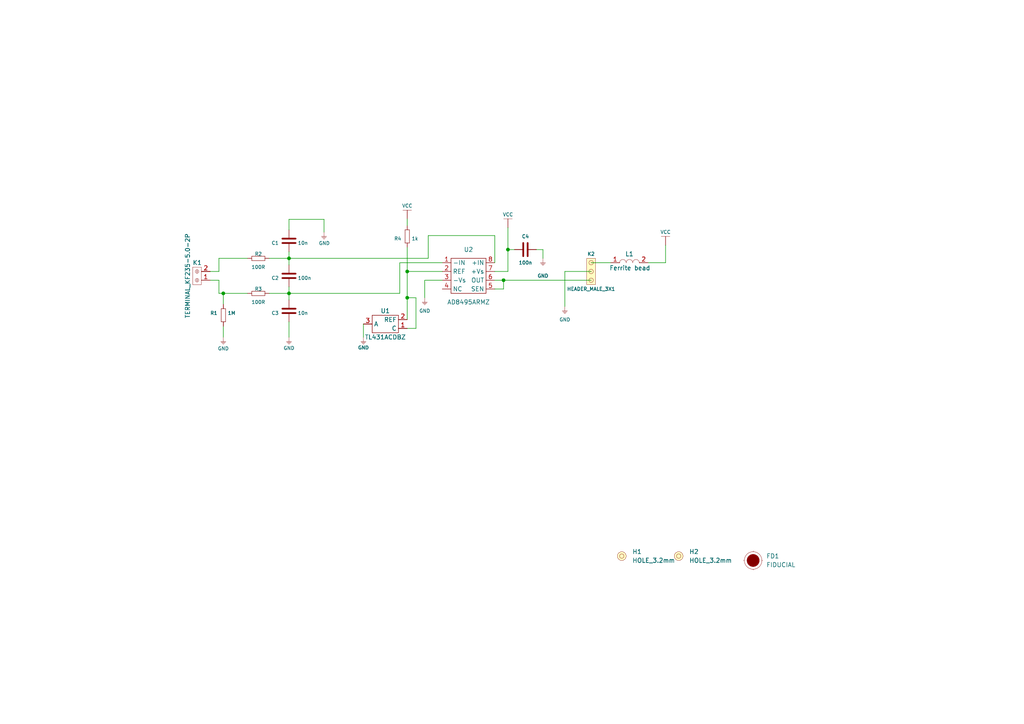
<source format=kicad_sch>
(kicad_sch (version 20211123) (generator eeschema)

  (uuid 99c002ab-0eea-43df-a330-928f95623910)

  (paper "A4")

  (lib_symbols
    (symbol "e-radionica.com schematics:0603C" (pin_numbers hide) (pin_names (offset 0.002)) (in_bom yes) (on_board yes)
      (property "Reference" "C" (id 0) (at -0.635 3.175 0)
        (effects (font (size 1 1)))
      )
      (property "Value" "0603C" (id 1) (at 0 -3.175 0)
        (effects (font (size 1 1)))
      )
      (property "Footprint" "e-radionica.com footprinti:0603C" (id 2) (at 0 0 0)
        (effects (font (size 1 1)) hide)
      )
      (property "Datasheet" "" (id 3) (at 0 0 0)
        (effects (font (size 1 1)) hide)
      )
      (symbol "0603C_0_1"
        (polyline
          (pts
            (xy -0.635 1.905)
            (xy -0.635 -1.905)
          )
          (stroke (width 0.5) (type default) (color 0 0 0 0))
          (fill (type none))
        )
        (polyline
          (pts
            (xy 0.635 1.905)
            (xy 0.635 -1.905)
          )
          (stroke (width 0.5) (type default) (color 0 0 0 0))
          (fill (type none))
        )
      )
      (symbol "0603C_1_1"
        (pin passive line (at -3.175 0 0) (length 2.54)
          (name "~" (effects (font (size 1.27 1.27))))
          (number "1" (effects (font (size 1.27 1.27))))
        )
        (pin passive line (at 3.175 0 180) (length 2.54)
          (name "~" (effects (font (size 1.27 1.27))))
          (number "2" (effects (font (size 1.27 1.27))))
        )
      )
    )
    (symbol "e-radionica.com schematics:0603L" (in_bom yes) (on_board yes)
      (property "Reference" "L" (id 0) (at 0 1.905 0)
        (effects (font (size 1.27 1.27)))
      )
      (property "Value" "0603L" (id 1) (at 0 -1.27 0)
        (effects (font (size 1.27 1.27)))
      )
      (property "Footprint" "e-radionica.com footprinti:0603L" (id 2) (at 0 -1.27 0)
        (effects (font (size 1.27 1.27)) hide)
      )
      (property "Datasheet" "" (id 3) (at 0 -1.27 0)
        (effects (font (size 1.27 1.27)) hide)
      )
      (symbol "0603L_0_1"
        (arc (start -1.27 0) (mid -2.2225 0.9388) (end -3.175 0)
          (stroke (width 0.0006) (type default) (color 0 0 0 0))
          (fill (type none))
        )
        (arc (start 0.635 0) (mid -0.3175 0.9388) (end -1.27 0)
          (stroke (width 0.0006) (type default) (color 0 0 0 0))
          (fill (type none))
        )
        (arc (start 2.54 0) (mid 1.5875 0.9388) (end 0.635 0)
          (stroke (width 0.0006) (type default) (color 0 0 0 0))
          (fill (type none))
        )
      )
      (symbol "0603L_1_1"
        (pin passive line (at -5.715 0 0) (length 2.54)
          (name "" (effects (font (size 1.27 1.27))))
          (number "1" (effects (font (size 1.27 1.27))))
        )
        (pin passive line (at 5.08 0 180) (length 2.54)
          (name "" (effects (font (size 1.27 1.27))))
          (number "2" (effects (font (size 1.27 1.27))))
        )
      )
    )
    (symbol "e-radionica.com schematics:0603R" (pin_numbers hide) (pin_names (offset 0.254)) (in_bom yes) (on_board yes)
      (property "Reference" "R" (id 0) (at -1.905 1.905 0)
        (effects (font (size 1 1)))
      )
      (property "Value" "0603R" (id 1) (at 0 -1.905 0)
        (effects (font (size 1 1)))
      )
      (property "Footprint" "e-radionica.com footprinti:0603R" (id 2) (at -0.635 1.905 0)
        (effects (font (size 1 1)) hide)
      )
      (property "Datasheet" "" (id 3) (at -0.635 1.905 0)
        (effects (font (size 1 1)) hide)
      )
      (symbol "0603R_0_1"
        (rectangle (start -1.905 -0.635) (end 1.905 -0.6604)
          (stroke (width 0.1) (type default) (color 0 0 0 0))
          (fill (type none))
        )
        (rectangle (start -1.905 0.635) (end -1.8796 -0.635)
          (stroke (width 0.1) (type default) (color 0 0 0 0))
          (fill (type none))
        )
        (rectangle (start -1.905 0.635) (end 1.905 0.6096)
          (stroke (width 0.1) (type default) (color 0 0 0 0))
          (fill (type none))
        )
        (rectangle (start 1.905 0.635) (end 1.9304 -0.635)
          (stroke (width 0.1) (type default) (color 0 0 0 0))
          (fill (type none))
        )
      )
      (symbol "0603R_1_1"
        (pin passive line (at -3.175 0 0) (length 1.27)
          (name "~" (effects (font (size 1.27 1.27))))
          (number "1" (effects (font (size 1.27 1.27))))
        )
        (pin passive line (at 3.175 0 180) (length 1.27)
          (name "~" (effects (font (size 1.27 1.27))))
          (number "2" (effects (font (size 1.27 1.27))))
        )
      )
    )
    (symbol "e-radionica.com schematics:AD8495ARMZ" (in_bom yes) (on_board yes)
      (property "Reference" "U" (id 0) (at 0 -6.35 0)
        (effects (font (size 1.27 1.27)))
      )
      (property "Value" "AD8495ARMZ" (id 1) (at 0 10.16 0)
        (effects (font (size 1.27 1.27)))
      )
      (property "Footprint" "e-radionica.com footprinti:TP4056M-MSOP8" (id 2) (at 0 0 0)
        (effects (font (size 1.27 1.27)) hide)
      )
      (property "Datasheet" "" (id 3) (at 0 0 0)
        (effects (font (size 1.27 1.27)) hide)
      )
      (symbol "AD8495ARMZ_0_1"
        (rectangle (start -5.08 5.08) (end 5.08 -5.08)
          (stroke (width 0.1524) (type default) (color 0 0 0 0))
          (fill (type none))
        )
      )
      (symbol "AD8495ARMZ_1_1"
        (pin passive line (at -7.62 3.81 0) (length 2.54)
          (name "-IN" (effects (font (size 1.27 1.27))))
          (number "1" (effects (font (size 1.27 1.27))))
        )
        (pin passive line (at -7.62 1.27 0) (length 2.54)
          (name "REF" (effects (font (size 1.27 1.27))))
          (number "2" (effects (font (size 1.27 1.27))))
        )
        (pin passive line (at -7.62 -1.27 0) (length 2.54)
          (name "-Vs" (effects (font (size 1.27 1.27))))
          (number "3" (effects (font (size 1.27 1.27))))
        )
        (pin passive line (at -7.62 -3.81 0) (length 2.54)
          (name "NC" (effects (font (size 1.27 1.27))))
          (number "4" (effects (font (size 1.27 1.27))))
        )
        (pin passive line (at 7.62 -3.81 180) (length 2.54)
          (name "SEN" (effects (font (size 1.27 1.27))))
          (number "5" (effects (font (size 1.27 1.27))))
        )
        (pin passive line (at 7.62 -1.27 180) (length 2.54)
          (name "OUT" (effects (font (size 1.27 1.27))))
          (number "6" (effects (font (size 1.27 1.27))))
        )
        (pin passive line (at 7.62 1.27 180) (length 2.54)
          (name "+Vs" (effects (font (size 1.27 1.27))))
          (number "7" (effects (font (size 1.27 1.27))))
        )
        (pin passive line (at 7.62 3.81 180) (length 2.54)
          (name "+IN" (effects (font (size 1.27 1.27))))
          (number "8" (effects (font (size 1.27 1.27))))
        )
      )
    )
    (symbol "e-radionica.com schematics:FIDUCIAL" (in_bom no) (on_board yes)
      (property "Reference" "FD" (id 0) (at 0 3.81 0)
        (effects (font (size 1.27 1.27)))
      )
      (property "Value" "FIDUCIAL" (id 1) (at 0 -3.81 0)
        (effects (font (size 1.27 1.27)))
      )
      (property "Footprint" "e-radionica.com footprinti:FIDUCIAL_23" (id 2) (at 0.254 -5.334 0)
        (effects (font (size 1.27 1.27)) hide)
      )
      (property "Datasheet" "" (id 3) (at 0 0 0)
        (effects (font (size 1.27 1.27)) hide)
      )
      (symbol "FIDUCIAL_0_1"
        (polyline
          (pts
            (xy -2.54 0)
            (xy -2.794 0)
          )
          (stroke (width 0.0006) (type default) (color 0 0 0 0))
          (fill (type none))
        )
        (polyline
          (pts
            (xy 0 -2.54)
            (xy 0 -2.794)
          )
          (stroke (width 0.0006) (type default) (color 0 0 0 0))
          (fill (type none))
        )
        (polyline
          (pts
            (xy 0 2.54)
            (xy 0 2.794)
          )
          (stroke (width 0.0006) (type default) (color 0 0 0 0))
          (fill (type none))
        )
        (polyline
          (pts
            (xy 2.54 0)
            (xy 2.794 0)
          )
          (stroke (width 0.0006) (type default) (color 0 0 0 0))
          (fill (type none))
        )
        (circle (center 0 0) (radius 1.7961)
          (stroke (width 0.001) (type default) (color 0 0 0 0))
          (fill (type outline))
        )
        (circle (center 0 0) (radius 2.54)
          (stroke (width 0.0006) (type default) (color 0 0 0 0))
          (fill (type none))
        )
      )
    )
    (symbol "e-radionica.com schematics:GND" (power) (pin_names (offset 0)) (in_bom yes) (on_board yes)
      (property "Reference" "#PWR" (id 0) (at 4.445 0 0)
        (effects (font (size 1 1)) hide)
      )
      (property "Value" "GND" (id 1) (at 0 -2.921 0)
        (effects (font (size 1 1)))
      )
      (property "Footprint" "" (id 2) (at 4.445 3.81 0)
        (effects (font (size 1 1)) hide)
      )
      (property "Datasheet" "" (id 3) (at 4.445 3.81 0)
        (effects (font (size 1 1)) hide)
      )
      (property "ki_keywords" "power-flag" (id 4) (at 0 0 0)
        (effects (font (size 1.27 1.27)) hide)
      )
      (property "ki_description" "Power symbol creates a global label with name \"GND\"" (id 5) (at 0 0 0)
        (effects (font (size 1.27 1.27)) hide)
      )
      (symbol "GND_0_1"
        (polyline
          (pts
            (xy -0.762 -1.27)
            (xy 0.762 -1.27)
          )
          (stroke (width 0.0006) (type default) (color 0 0 0 0))
          (fill (type none))
        )
        (polyline
          (pts
            (xy -0.635 -1.524)
            (xy 0.635 -1.524)
          )
          (stroke (width 0.0006) (type default) (color 0 0 0 0))
          (fill (type none))
        )
        (polyline
          (pts
            (xy -0.381 -1.778)
            (xy 0.381 -1.778)
          )
          (stroke (width 0.0006) (type default) (color 0 0 0 0))
          (fill (type none))
        )
        (polyline
          (pts
            (xy -0.127 -2.032)
            (xy 0.127 -2.032)
          )
          (stroke (width 0.0006) (type default) (color 0 0 0 0))
          (fill (type none))
        )
        (polyline
          (pts
            (xy 0 0)
            (xy 0 -1.27)
          )
          (stroke (width 0.0006) (type default) (color 0 0 0 0))
          (fill (type none))
        )
      )
      (symbol "GND_1_1"
        (pin power_in line (at 0 0 270) (length 0) hide
          (name "GND" (effects (font (size 1.27 1.27))))
          (number "1" (effects (font (size 1.27 1.27))))
        )
      )
    )
    (symbol "e-radionica.com schematics:HEADER_MALE_3X1" (pin_numbers hide) (pin_names hide) (in_bom yes) (on_board yes)
      (property "Reference" "K" (id 0) (at -0.635 5.08 0)
        (effects (font (size 1 1)))
      )
      (property "Value" "HEADER_MALE_3X1" (id 1) (at 0 -5.08 0)
        (effects (font (size 1 1)))
      )
      (property "Footprint" "e-radionica.com footprinti:HEADER_MALE_3X1" (id 2) (at 0 -7.62 0)
        (effects (font (size 1 1)) hide)
      )
      (property "Datasheet" "" (id 3) (at 0 -2.54 0)
        (effects (font (size 1 1)) hide)
      )
      (symbol "HEADER_MALE_3X1_0_1"
        (circle (center 0 -2.54) (radius 0.635)
          (stroke (width 0.0006) (type default) (color 0 0 0 0))
          (fill (type none))
        )
        (circle (center 0 0) (radius 0.635)
          (stroke (width 0.0006) (type default) (color 0 0 0 0))
          (fill (type none))
        )
        (circle (center 0 2.54) (radius 0.635)
          (stroke (width 0.0006) (type default) (color 0 0 0 0))
          (fill (type none))
        )
        (rectangle (start 1.27 -3.81) (end -1.27 3.81)
          (stroke (width 0.001) (type default) (color 0 0 0 0))
          (fill (type background))
        )
      )
      (symbol "HEADER_MALE_3X1_1_1"
        (pin passive line (at 0 -2.54 180) (length 0)
          (name "~" (effects (font (size 1 1))))
          (number "1" (effects (font (size 1 1))))
        )
        (pin passive line (at 0 0 180) (length 0)
          (name "~" (effects (font (size 1 1))))
          (number "2" (effects (font (size 1 1))))
        )
        (pin passive line (at 0 2.54 180) (length 0)
          (name "~" (effects (font (size 1 1))))
          (number "3" (effects (font (size 1 1))))
        )
      )
    )
    (symbol "e-radionica.com schematics:HOLE_3.2mm" (pin_numbers hide) (pin_names hide) (in_bom yes) (on_board yes)
      (property "Reference" "H" (id 0) (at 0 2.54 0)
        (effects (font (size 1.27 1.27)))
      )
      (property "Value" "HOLE_3.2mm" (id 1) (at 0 -2.54 0)
        (effects (font (size 1.27 1.27)))
      )
      (property "Footprint" "e-radionica.com footprinti:HOLE_3.2mm" (id 2) (at 0 0 0)
        (effects (font (size 1.27 1.27)) hide)
      )
      (property "Datasheet" "" (id 3) (at 0 0 0)
        (effects (font (size 1.27 1.27)) hide)
      )
      (symbol "HOLE_3.2mm_0_1"
        (circle (center 0 0) (radius 0.635)
          (stroke (width 0.0006) (type default) (color 0 0 0 0))
          (fill (type none))
        )
        (circle (center 0 0) (radius 1.27)
          (stroke (width 0.001) (type default) (color 0 0 0 0))
          (fill (type background))
        )
      )
    )
    (symbol "e-radionica.com schematics:TERMINAL_KF235-5.0-2P" (in_bom yes) (on_board yes)
      (property "Reference" "K" (id 0) (at 0 3.81 0)
        (effects (font (size 1.27 1.27)))
      )
      (property "Value" "TERMINAL_KF235-5.0-2P" (id 1) (at 0 -3.81 0)
        (effects (font (size 1.27 1.27)))
      )
      (property "Footprint" "e-radionica.com footprinti:TERMINAL_KF235-5.0-2P" (id 2) (at 0 0 0)
        (effects (font (size 1.27 1.27)) hide)
      )
      (property "Datasheet" "" (id 3) (at 0 0 0)
        (effects (font (size 1.27 1.27)) hide)
      )
      (symbol "TERMINAL_KF235-5.0-2P_0_1"
        (rectangle (start -1.27 2.54) (end 1.27 -2.54)
          (stroke (width 0.0006) (type default) (color 0 0 0 0))
          (fill (type none))
        )
        (circle (center 0 -1.27) (radius 0.508)
          (stroke (width 0.0006) (type default) (color 0 0 0 0))
          (fill (type none))
        )
        (polyline
          (pts
            (xy -0.254 -1.27)
            (xy 0.254 -1.27)
          )
          (stroke (width 0.0006) (type default) (color 0 0 0 0))
          (fill (type none))
        )
        (polyline
          (pts
            (xy -0.254 1.27)
            (xy 0.254 1.27)
          )
          (stroke (width 0.0006) (type default) (color 0 0 0 0))
          (fill (type none))
        )
        (polyline
          (pts
            (xy 0 -0.762)
            (xy 0 -1.778)
          )
          (stroke (width 0.0006) (type default) (color 0 0 0 0))
          (fill (type none))
        )
        (polyline
          (pts
            (xy 0 1.778)
            (xy 0 0.762)
          )
          (stroke (width 0.0006) (type default) (color 0 0 0 0))
          (fill (type none))
        )
        (circle (center 0 1.27) (radius 0.508)
          (stroke (width 0.0006) (type default) (color 0 0 0 0))
          (fill (type none))
        )
      )
      (symbol "TERMINAL_KF235-5.0-2P_1_1"
        (pin input line (at -3.81 1.27 0) (length 2.54)
          (name "~" (effects (font (size 1.27 1.27))))
          (number "1" (effects (font (size 1.27 1.27))))
        )
        (pin input line (at -3.81 -1.27 0) (length 2.54)
          (name "~" (effects (font (size 1.27 1.27))))
          (number "2" (effects (font (size 1.27 1.27))))
        )
      )
    )
    (symbol "e-radionica.com schematics:TL431" (in_bom yes) (on_board yes)
      (property "Reference" "U" (id 0) (at 0 -3.81 0)
        (effects (font (size 1.27 1.27)))
      )
      (property "Value" "TL431" (id 1) (at 0 -3.81 0)
        (effects (font (size 1.27 1.27)))
      )
      (property "Footprint" "e-radionica.com footprinti:SOT-23-3" (id 2) (at 0 -3.81 0)
        (effects (font (size 1.27 1.27)) hide)
      )
      (property "Datasheet" "" (id 3) (at 0 -3.81 0)
        (effects (font (size 1.27 1.27)) hide)
      )
      (symbol "TL431_0_1"
        (rectangle (start -3.81 2.54) (end 3.81 -2.54)
          (stroke (width 0.1524) (type default) (color 0 0 0 0))
          (fill (type none))
        )
      )
      (symbol "TL431_1_1"
        (pin input line (at -6.35 1.27 0) (length 2.54)
          (name "C" (effects (font (size 1.27 1.27))))
          (number "1" (effects (font (size 1.27 1.27))))
        )
        (pin input line (at -6.35 -1.27 0) (length 2.54)
          (name "REF" (effects (font (size 1.27 1.27))))
          (number "2" (effects (font (size 1.27 1.27))))
        )
        (pin input line (at 6.35 0 180) (length 2.54)
          (name "A" (effects (font (size 1.27 1.27))))
          (number "3" (effects (font (size 1.27 1.27))))
        )
      )
    )
    (symbol "e-radionica.com schematics:VCC" (power) (pin_names (offset 0)) (in_bom yes) (on_board yes)
      (property "Reference" "#PWR" (id 0) (at 4.445 0 0)
        (effects (font (size 1 1)) hide)
      )
      (property "Value" "VCC" (id 1) (at 0 3.556 0)
        (effects (font (size 1 1)))
      )
      (property "Footprint" "" (id 2) (at 4.445 3.81 0)
        (effects (font (size 1 1)) hide)
      )
      (property "Datasheet" "" (id 3) (at 4.445 3.81 0)
        (effects (font (size 1 1)) hide)
      )
      (property "ki_keywords" "power-flag" (id 4) (at 0 0 0)
        (effects (font (size 1.27 1.27)) hide)
      )
      (property "ki_description" "Power symbol creates a global label with name \"VCC\"" (id 5) (at 0 0 0)
        (effects (font (size 1.27 1.27)) hide)
      )
      (symbol "VCC_0_1"
        (polyline
          (pts
            (xy -1.27 2.54)
            (xy 1.27 2.54)
          )
          (stroke (width 0.0006) (type default) (color 0 0 0 0))
          (fill (type none))
        )
        (polyline
          (pts
            (xy 0 0)
            (xy 0 2.54)
          )
          (stroke (width 0) (type default) (color 0 0 0 0))
          (fill (type none))
        )
      )
      (symbol "VCC_1_1"
        (pin power_in line (at 0 0 90) (length 0) hide
          (name "VCC" (effects (font (size 1.27 1.27))))
          (number "1" (effects (font (size 1.27 1.27))))
        )
      )
    )
  )

  (junction (at 64.77 85.09) (diameter 0.9144) (color 0 0 0 0)
    (uuid 2d210a96-f81f-42a9-8bf4-1b43c11086f3)
  )
  (junction (at 118.11 78.74) (diameter 0.9144) (color 0 0 0 0)
    (uuid 666713b0-70f4-42df-8761-f65bc212d03b)
  )
  (junction (at 83.82 85.09) (diameter 0.9144) (color 0 0 0 0)
    (uuid 6c2e273e-743c-4f1e-a647-4171f8122550)
  )
  (junction (at 147.32 72.39) (diameter 0.9144) (color 0 0 0 0)
    (uuid 7aed3a71-054b-4aaa-9c0a-030523c32827)
  )
  (junction (at 118.11 86.36) (diameter 0.9144) (color 0 0 0 0)
    (uuid 7dc880bc-e7eb-4cce-8d8c-0b65a9dd788e)
  )
  (junction (at 146.05 81.28) (diameter 0.9144) (color 0 0 0 0)
    (uuid 9157f4ae-0244-4ff1-9f73-3cb4cbb5f280)
  )
  (junction (at 83.82 74.93) (diameter 0.9144) (color 0 0 0 0)
    (uuid e857610b-4434-4144-b04e-43c1ebdc5ceb)
  )

  (wire (pts (xy 123.19 81.28) (xy 123.19 86.36))
    (stroke (width 0) (type solid) (color 0 0 0 0))
    (uuid 163f5061-f451-4697-a352-7615c8685d4b)
  )
  (wire (pts (xy 128.27 81.28) (xy 123.19 81.28))
    (stroke (width 0) (type solid) (color 0 0 0 0))
    (uuid 163f5061-f451-4697-a352-7615c8685d4c)
  )
  (wire (pts (xy 143.51 83.82) (xy 146.05 83.82))
    (stroke (width 0) (type solid) (color 0 0 0 0))
    (uuid 1e228094-11cc-4f51-a5b5-4346885d9953)
  )
  (wire (pts (xy 146.05 83.82) (xy 146.05 81.28))
    (stroke (width 0) (type solid) (color 0 0 0 0))
    (uuid 1e228094-11cc-4f51-a5b5-4346885d9954)
  )
  (wire (pts (xy 118.11 63.5) (xy 118.11 65.405))
    (stroke (width 0) (type solid) (color 0 0 0 0))
    (uuid 1fdc4f05-7dc0-4f47-8a30-4b6095c2c1a6)
  )
  (wire (pts (xy 147.32 66.04) (xy 147.32 72.39))
    (stroke (width 0) (type solid) (color 0 0 0 0))
    (uuid 2e33b465-f24d-40d4-84a4-65330cb7ac0b)
  )
  (wire (pts (xy 147.32 72.39) (xy 147.32 78.74))
    (stroke (width 0) (type solid) (color 0 0 0 0))
    (uuid 2e33b465-f24d-40d4-84a4-65330cb7ac0c)
  )
  (wire (pts (xy 147.32 78.74) (xy 143.51 78.74))
    (stroke (width 0) (type solid) (color 0 0 0 0))
    (uuid 2e33b465-f24d-40d4-84a4-65330cb7ac0d)
  )
  (wire (pts (xy 64.77 85.09) (xy 64.77 88.265))
    (stroke (width 0) (type solid) (color 0 0 0 0))
    (uuid 36010e3e-c1e5-4f1e-9ba1-17ff6e30f4c1)
  )
  (wire (pts (xy 147.32 72.39) (xy 149.225 72.39))
    (stroke (width 0) (type solid) (color 0 0 0 0))
    (uuid 3642b686-819d-40f0-8e9c-082867012801)
  )
  (wire (pts (xy 118.11 78.74) (xy 118.11 71.755))
    (stroke (width 0) (type solid) (color 0 0 0 0))
    (uuid 3cd7abe0-9a65-4de3-a30a-df6d67fae795)
  )
  (wire (pts (xy 128.27 78.74) (xy 118.11 78.74))
    (stroke (width 0) (type solid) (color 0 0 0 0))
    (uuid 3cd7abe0-9a65-4de3-a30a-df6d67fae796)
  )
  (wire (pts (xy 118.11 78.74) (xy 118.11 86.36))
    (stroke (width 0) (type solid) (color 0 0 0 0))
    (uuid 41ecb85b-c73b-41cb-9300-a3d1fb4cf277)
  )
  (wire (pts (xy 118.11 86.36) (xy 118.11 92.71))
    (stroke (width 0) (type solid) (color 0 0 0 0))
    (uuid 41ecb85b-c73b-41cb-9300-a3d1fb4cf278)
  )
  (wire (pts (xy 157.48 72.39) (xy 155.575 72.39))
    (stroke (width 0) (type solid) (color 0 0 0 0))
    (uuid 4e4b115e-88a3-43a8-90b0-5bb031a549ca)
  )
  (wire (pts (xy 157.48 74.93) (xy 157.48 72.39))
    (stroke (width 0) (type solid) (color 0 0 0 0))
    (uuid 4e4b115e-88a3-43a8-90b0-5bb031a549cb)
  )
  (wire (pts (xy 60.96 81.28) (xy 63.5 81.28))
    (stroke (width 0) (type solid) (color 0 0 0 0))
    (uuid 65329ee2-42b1-42a5-a7d3-cb5059611159)
  )
  (wire (pts (xy 63.5 81.28) (xy 63.5 85.09))
    (stroke (width 0) (type solid) (color 0 0 0 0))
    (uuid 65329ee2-42b1-42a5-a7d3-cb505961115a)
  )
  (wire (pts (xy 63.5 85.09) (xy 64.77 85.09))
    (stroke (width 0) (type solid) (color 0 0 0 0))
    (uuid 65329ee2-42b1-42a5-a7d3-cb505961115b)
  )
  (wire (pts (xy 64.77 85.09) (xy 71.755 85.09))
    (stroke (width 0) (type solid) (color 0 0 0 0))
    (uuid 65329ee2-42b1-42a5-a7d3-cb505961115c)
  )
  (wire (pts (xy 83.82 74.93) (xy 83.82 76.835))
    (stroke (width 0) (type solid) (color 0 0 0 0))
    (uuid 79d51824-21b3-4172-bd16-00e53ae19450)
  )
  (wire (pts (xy 83.82 93.345) (xy 83.82 97.79))
    (stroke (width 0) (type solid) (color 0 0 0 0))
    (uuid 82cbc508-d790-47ea-95f9-923d40f597a1)
  )
  (wire (pts (xy 64.77 94.615) (xy 64.77 97.79))
    (stroke (width 0) (type solid) (color 0 0 0 0))
    (uuid 863cbfba-3503-4f44-8466-9277e6100c75)
  )
  (wire (pts (xy 143.51 81.28) (xy 146.05 81.28))
    (stroke (width 0) (type solid) (color 0 0 0 0))
    (uuid 8d4c5bfc-5740-4d49-954e-4360ae949b44)
  )
  (wire (pts (xy 146.05 81.28) (xy 171.45 81.28))
    (stroke (width 0) (type solid) (color 0 0 0 0))
    (uuid 8d4c5bfc-5740-4d49-954e-4360ae949b45)
  )
  (wire (pts (xy 187.96 76.2) (xy 193.04 76.2))
    (stroke (width 0) (type solid) (color 0 0 0 0))
    (uuid 9ff20c62-62dd-4396-a1c0-c1c08f37dc6d)
  )
  (wire (pts (xy 193.04 76.2) (xy 193.04 71.12))
    (stroke (width 0) (type solid) (color 0 0 0 0))
    (uuid 9ff20c62-62dd-4396-a1c0-c1c08f37dc6e)
  )
  (wire (pts (xy 171.45 76.2) (xy 177.165 76.2))
    (stroke (width 0) (type solid) (color 0 0 0 0))
    (uuid a2278deb-3784-4794-a0fc-fd0f6cd6b83c)
  )
  (wire (pts (xy 78.105 85.09) (xy 83.82 85.09))
    (stroke (width 0) (type solid) (color 0 0 0 0))
    (uuid a373d7ee-be1a-4bcc-8c9f-acb7486ae7f7)
  )
  (wire (pts (xy 83.82 85.09) (xy 115.951 85.09))
    (stroke (width 0) (type solid) (color 0 0 0 0))
    (uuid a373d7ee-be1a-4bcc-8c9f-acb7486ae7f8)
  )
  (wire (pts (xy 115.951 76.2) (xy 128.27 76.2))
    (stroke (width 0) (type solid) (color 0 0 0 0))
    (uuid a373d7ee-be1a-4bcc-8c9f-acb7486ae7f9)
  )
  (wire (pts (xy 115.951 85.09) (xy 115.951 76.2))
    (stroke (width 0) (type solid) (color 0 0 0 0))
    (uuid a373d7ee-be1a-4bcc-8c9f-acb7486ae7fa)
  )
  (wire (pts (xy 163.83 78.74) (xy 163.83 88.9))
    (stroke (width 0) (type solid) (color 0 0 0 0))
    (uuid c019cedd-79fd-480d-83ff-fe1d677a4223)
  )
  (wire (pts (xy 171.45 78.74) (xy 163.83 78.74))
    (stroke (width 0) (type solid) (color 0 0 0 0))
    (uuid c019cedd-79fd-480d-83ff-fe1d677a4224)
  )
  (wire (pts (xy 83.82 73.025) (xy 83.82 74.93))
    (stroke (width 0) (type solid) (color 0 0 0 0))
    (uuid c770bd44-432f-480b-9da3-40943cb34518)
  )
  (wire (pts (xy 118.11 95.25) (xy 120.65 95.25))
    (stroke (width 0) (type solid) (color 0 0 0 0))
    (uuid c8cb3f64-5b28-4498-ae7b-86a53583c4fb)
  )
  (wire (pts (xy 120.65 95.25) (xy 120.65 86.36))
    (stroke (width 0) (type solid) (color 0 0 0 0))
    (uuid c8cb3f64-5b28-4498-ae7b-86a53583c4fc)
  )
  (wire (pts (xy 83.82 74.93) (xy 78.105 74.93))
    (stroke (width 0) (type solid) (color 0 0 0 0))
    (uuid c8de6b3a-0fd8-4ccf-9a22-9f9794deb35f)
  )
  (wire (pts (xy 124.206 68.326) (xy 124.206 74.93))
    (stroke (width 0) (type solid) (color 0 0 0 0))
    (uuid c8de6b3a-0fd8-4ccf-9a22-9f9794deb360)
  )
  (wire (pts (xy 124.206 74.93) (xy 83.82 74.93))
    (stroke (width 0) (type solid) (color 0 0 0 0))
    (uuid c8de6b3a-0fd8-4ccf-9a22-9f9794deb361)
  )
  (wire (pts (xy 143.51 68.326) (xy 124.206 68.326))
    (stroke (width 0) (type solid) (color 0 0 0 0))
    (uuid c8de6b3a-0fd8-4ccf-9a22-9f9794deb362)
  )
  (wire (pts (xy 143.51 76.2) (xy 143.51 68.326))
    (stroke (width 0) (type solid) (color 0 0 0 0))
    (uuid c8de6b3a-0fd8-4ccf-9a22-9f9794deb363)
  )
  (wire (pts (xy 83.82 63.627) (xy 93.98 63.627))
    (stroke (width 0) (type solid) (color 0 0 0 0))
    (uuid cc02633b-cca5-4b82-ab17-ba7a47c27b73)
  )
  (wire (pts (xy 83.82 66.675) (xy 83.82 63.627))
    (stroke (width 0) (type solid) (color 0 0 0 0))
    (uuid cc02633b-cca5-4b82-ab17-ba7a47c27b74)
  )
  (wire (pts (xy 93.98 63.627) (xy 93.98 67.31))
    (stroke (width 0) (type solid) (color 0 0 0 0))
    (uuid cc02633b-cca5-4b82-ab17-ba7a47c27b75)
  )
  (wire (pts (xy 83.82 83.185) (xy 83.82 85.09))
    (stroke (width 0) (type solid) (color 0 0 0 0))
    (uuid d5d36824-685b-408d-b673-8e95e2af796c)
  )
  (wire (pts (xy 60.96 78.74) (xy 63.5 78.74))
    (stroke (width 0) (type solid) (color 0 0 0 0))
    (uuid da48b8d4-973d-46aa-b738-540de0c00343)
  )
  (wire (pts (xy 63.5 74.93) (xy 71.755 74.93))
    (stroke (width 0) (type solid) (color 0 0 0 0))
    (uuid da48b8d4-973d-46aa-b738-540de0c00344)
  )
  (wire (pts (xy 63.5 78.74) (xy 63.5 74.93))
    (stroke (width 0) (type solid) (color 0 0 0 0))
    (uuid da48b8d4-973d-46aa-b738-540de0c00345)
  )
  (wire (pts (xy 83.82 85.09) (xy 83.82 86.995))
    (stroke (width 0) (type solid) (color 0 0 0 0))
    (uuid dc6b477d-b6f3-44d6-b579-e464688eaee9)
  )
  (wire (pts (xy 120.65 86.36) (xy 118.11 86.36))
    (stroke (width 0) (type solid) (color 0 0 0 0))
    (uuid de216f0a-2d8b-460b-8d82-05e2866d762c)
  )
  (wire (pts (xy 105.41 93.98) (xy 105.41 97.79))
    (stroke (width 0) (type solid) (color 0 0 0 0))
    (uuid ff8b8966-661b-4048-bc09-c2d5bab17d36)
  )

  (symbol (lib_id "e-radionica.com schematics:VCC") (at 118.11 63.5 0) (unit 1)
    (in_bom yes) (on_board yes) (fields_autoplaced)
    (uuid 0c9df43b-581e-42d6-a5d3-b5642f0b38e6)
    (property "Reference" "#PWR05" (id 0) (at 122.555 63.5 0)
      (effects (font (size 1 1)) hide)
    )
    (property "Value" "VCC" (id 1) (at 118.11 59.69 0)
      (effects (font (size 1 1)))
    )
    (property "Footprint" "" (id 2) (at 122.555 59.69 0)
      (effects (font (size 1 1)) hide)
    )
    (property "Datasheet" "" (id 3) (at 122.555 59.69 0)
      (effects (font (size 1 1)) hide)
    )
    (pin "1" (uuid c4847537-39fd-4556-a3f9-fd0c46a14bac))
  )

  (symbol (lib_id "e-radionica.com schematics:0603L") (at 182.88 76.2 0) (unit 1)
    (in_bom yes) (on_board yes)
    (uuid 142a8d12-ed37-4999-9aa6-2140956285b1)
    (property "Reference" "L1" (id 0) (at 182.5625 73.66 0))
    (property "Value" "Ferrite bead" (id 1) (at 182.6895 77.724 0))
    (property "Footprint" "e-radionica.com footprinti:0603L" (id 2) (at 182.88 77.47 0)
      (effects (font (size 1.27 1.27)) hide)
    )
    (property "Datasheet" "" (id 3) (at 182.88 77.47 0)
      (effects (font (size 1.27 1.27)) hide)
    )
    (pin "1" (uuid 02b20c2f-fc28-4b14-8ed2-3f04373c2fc6))
    (pin "2" (uuid 3e4c0055-e33a-4ae0-949a-8da58b136dff))
  )

  (symbol (lib_id "e-radionica.com schematics:FIDUCIAL") (at 218.44 162.56 0) (unit 1)
    (in_bom no) (on_board yes) (fields_autoplaced)
    (uuid 1837d633-d254-40ae-acb3-06f394166b53)
    (property "Reference" "FD1" (id 0) (at 222.25 161.2899 0)
      (effects (font (size 1.27 1.27)) (justify left))
    )
    (property "Value" "FIDUCIAL" (id 1) (at 222.25 163.8299 0)
      (effects (font (size 1.27 1.27)) (justify left))
    )
    (property "Footprint" "e-radionica.com footprinti:FIDUCIAL_23" (id 2) (at 218.694 167.894 0)
      (effects (font (size 1.27 1.27)) hide)
    )
    (property "Datasheet" "" (id 3) (at 218.44 162.56 0)
      (effects (font (size 1.27 1.27)) hide)
    )
  )

  (symbol (lib_id "e-radionica.com schematics:GND") (at 157.48 74.93 0) (unit 1)
    (in_bom yes) (on_board yes) (fields_autoplaced)
    (uuid 1ca6ad60-5b0b-4079-a3b0-69a450f4a993)
    (property "Reference" "#PWR08" (id 0) (at 161.925 74.93 0)
      (effects (font (size 1 1)) hide)
    )
    (property "Value" "GND" (id 1) (at 157.48 80.01 0)
      (effects (font (size 1 1)))
    )
    (property "Footprint" "" (id 2) (at 161.925 71.12 0)
      (effects (font (size 1 1)) hide)
    )
    (property "Datasheet" "" (id 3) (at 161.925 71.12 0)
      (effects (font (size 1 1)) hide)
    )
    (pin "1" (uuid 5b67b9c3-fdc8-4ab4-b833-8619eeb5abc6))
  )

  (symbol (lib_id "e-radionica.com schematics:GND") (at 163.83 88.9 0) (unit 1)
    (in_bom yes) (on_board yes)
    (uuid 2160f723-1a31-4bed-b5a5-a3101736cc63)
    (property "Reference" "#PWR09" (id 0) (at 168.275 88.9 0)
      (effects (font (size 1 1)) hide)
    )
    (property "Value" "GND" (id 1) (at 163.83 92.71 0)
      (effects (font (size 1 1)))
    )
    (property "Footprint" "" (id 2) (at 168.275 85.09 0)
      (effects (font (size 1 1)) hide)
    )
    (property "Datasheet" "" (id 3) (at 168.275 85.09 0)
      (effects (font (size 1 1)) hide)
    )
    (pin "1" (uuid eb93b5a7-dd51-4f7d-9a43-dfd02558e7fa))
  )

  (symbol (lib_id "e-radionica.com schematics:0603C") (at 83.82 90.17 90) (unit 1)
    (in_bom yes) (on_board yes)
    (uuid 269bd223-a38e-4539-9425-df4e2116f039)
    (property "Reference" "C3" (id 0) (at 78.74 90.805 90)
      (effects (font (size 1 1)) (justify right))
    )
    (property "Value" "10n" (id 1) (at 86.36 90.805 90)
      (effects (font (size 1 1)) (justify right))
    )
    (property "Footprint" "e-radionica.com footprinti:0603C" (id 2) (at 83.82 90.17 0)
      (effects (font (size 1 1)) hide)
    )
    (property "Datasheet" "" (id 3) (at 83.82 90.17 0)
      (effects (font (size 1 1)) hide)
    )
    (pin "1" (uuid e2ccb32f-44f8-4d39-98c0-631334647f42))
    (pin "2" (uuid 5a89d374-1bd7-48f7-9f78-a7d9ea3f273e))
  )

  (symbol (lib_id "e-radionica.com schematics:VCC") (at 147.32 66.04 0) (unit 1)
    (in_bom yes) (on_board yes) (fields_autoplaced)
    (uuid 27782c21-7cb8-4fc3-ad35-87222d731a81)
    (property "Reference" "#PWR07" (id 0) (at 151.765 66.04 0)
      (effects (font (size 1 1)) hide)
    )
    (property "Value" "VCC" (id 1) (at 147.32 62.23 0)
      (effects (font (size 1 1)))
    )
    (property "Footprint" "" (id 2) (at 151.765 62.23 0)
      (effects (font (size 1 1)) hide)
    )
    (property "Datasheet" "" (id 3) (at 151.765 62.23 0)
      (effects (font (size 1 1)) hide)
    )
    (pin "1" (uuid 6872a0ae-63e0-4c45-b920-4a7e766434d1))
  )

  (symbol (lib_id "e-radionica.com schematics:0603R") (at 74.93 74.93 0) (unit 1)
    (in_bom yes) (on_board yes)
    (uuid 34d21b28-4695-495b-845b-a4bcce66753b)
    (property "Reference" "R2" (id 0) (at 74.93 73.66 0)
      (effects (font (size 1 1)))
    )
    (property "Value" "100R" (id 1) (at 74.93 77.47 0)
      (effects (font (size 1 1)))
    )
    (property "Footprint" "e-radionica.com footprinti:0603R" (id 2) (at 74.295 73.025 0)
      (effects (font (size 1 1)) hide)
    )
    (property "Datasheet" "" (id 3) (at 74.295 73.025 0)
      (effects (font (size 1 1)) hide)
    )
    (pin "1" (uuid 7f78a206-5a37-473c-938e-44a425ad38b3))
    (pin "2" (uuid c11345aa-26c3-4cdd-96e2-1eeed41e9c0d))
  )

  (symbol (lib_id "e-radionica.com schematics:GND") (at 64.77 97.79 0) (unit 1)
    (in_bom yes) (on_board yes)
    (uuid 37603d53-f931-4b82-88fd-dc0e7771cc6a)
    (property "Reference" "#PWR01" (id 0) (at 69.215 97.79 0)
      (effects (font (size 1 1)) hide)
    )
    (property "Value" "GND" (id 1) (at 64.77 101.092 0)
      (effects (font (size 1 1)))
    )
    (property "Footprint" "" (id 2) (at 69.215 93.98 0)
      (effects (font (size 1 1)) hide)
    )
    (property "Datasheet" "" (id 3) (at 69.215 93.98 0)
      (effects (font (size 1 1)) hide)
    )
    (pin "1" (uuid f216fce7-491e-4986-943a-a7328b38d57f))
  )

  (symbol (lib_id "e-radionica.com schematics:0603C") (at 83.82 80.01 90) (unit 1)
    (in_bom yes) (on_board yes)
    (uuid 40446c20-215d-4944-b1ac-c56417c1446f)
    (property "Reference" "C2" (id 0) (at 78.74 80.645 90)
      (effects (font (size 1 1)) (justify right))
    )
    (property "Value" "100n" (id 1) (at 86.36 80.645 90)
      (effects (font (size 1 1)) (justify right))
    )
    (property "Footprint" "e-radionica.com footprinti:0603C" (id 2) (at 83.82 80.01 0)
      (effects (font (size 1 1)) hide)
    )
    (property "Datasheet" "" (id 3) (at 83.82 80.01 0)
      (effects (font (size 1 1)) hide)
    )
    (pin "1" (uuid afa5e008-4fca-4df5-857d-0529dbbb602e))
    (pin "2" (uuid 70ba507a-a64c-45bd-be14-8c2b07b0ccd8))
  )

  (symbol (lib_id "e-radionica.com schematics:0603R") (at 118.11 68.58 90) (unit 1)
    (in_bom yes) (on_board yes)
    (uuid 49860514-5915-47da-9637-734c62d30dbd)
    (property "Reference" "R4" (id 0) (at 114.3 69.215 90)
      (effects (font (size 1 1)) (justify right))
    )
    (property "Value" "1k" (id 1) (at 119.38 69.215 90)
      (effects (font (size 1 1)) (justify right))
    )
    (property "Footprint" "e-radionica.com footprinti:0603R" (id 2) (at 116.205 69.215 0)
      (effects (font (size 1 1)) hide)
    )
    (property "Datasheet" "" (id 3) (at 116.205 69.215 0)
      (effects (font (size 1 1)) hide)
    )
    (pin "1" (uuid 0f89269f-1f9a-4fe9-afee-1fbf449229d3))
    (pin "2" (uuid 2a9e4f6f-1db4-4f8b-92da-33b51996dc0a))
  )

  (symbol (lib_id "e-radionica.com schematics:AD8495ARMZ") (at 135.89 80.01 0) (unit 1)
    (in_bom yes) (on_board yes)
    (uuid 51a42f7b-5399-4790-9b04-37ba938c32c6)
    (property "Reference" "U2" (id 0) (at 135.89 72.39 0))
    (property "Value" "AD8495ARMZ" (id 1) (at 135.89 87.63 0))
    (property "Footprint" "e-radionica.com footprinti:TP4056M-MSOP8" (id 2) (at 135.89 80.01 0)
      (effects (font (size 1.27 1.27)) hide)
    )
    (property "Datasheet" "" (id 3) (at 135.89 80.01 0)
      (effects (font (size 1.27 1.27)) hide)
    )
    (pin "1" (uuid 5302d961-42e2-4531-8413-7034fbe9a835))
    (pin "2" (uuid b8e033a0-a4ff-4055-a072-fef1406a22ed))
    (pin "3" (uuid ba14cbb7-ab10-4830-aa22-2de8a209dea2))
    (pin "4" (uuid d7c942d1-1187-4480-8a8e-4fe77893788d))
    (pin "5" (uuid 2f1e8ae2-b2a4-410a-ace0-21d90683aa6f))
    (pin "6" (uuid 4732b12d-2753-4755-8ca3-0228f14f5187))
    (pin "7" (uuid a34ab354-0f66-4ca0-9dac-77bbafaf2b04))
    (pin "8" (uuid 6b0006f7-a8af-4011-9d97-c12f4f24c3af))
  )

  (symbol (lib_id "e-radionica.com schematics:TL431") (at 111.76 93.98 180) (unit 1)
    (in_bom yes) (on_board yes)
    (uuid 66dd5e80-856f-4fcd-a664-97a128756ed0)
    (property "Reference" "U1" (id 0) (at 111.76 90.17 0))
    (property "Value" "TL431ACDBZ" (id 1) (at 111.76 97.79 0))
    (property "Footprint" "e-radionica.com footprinti:SOT-23-3" (id 2) (at 111.76 90.17 0)
      (effects (font (size 1.27 1.27)) hide)
    )
    (property "Datasheet" "" (id 3) (at 111.76 90.17 0)
      (effects (font (size 1.27 1.27)) hide)
    )
    (pin "1" (uuid 0c3d31d1-9c04-4130-bd8d-af3af0f4cce3))
    (pin "2" (uuid 2d2e9475-d233-4c7d-9f0d-063b272aa1c2))
    (pin "3" (uuid ca7f3403-954d-47c1-b8b3-0ff831901036))
  )

  (symbol (lib_id "e-radionica.com schematics:TERMINAL_KF235-5.0-2P") (at 57.15 80.01 180) (unit 1)
    (in_bom yes) (on_board yes)
    (uuid 737cab4c-f5ac-455e-95e9-09be2791826d)
    (property "Reference" "K1" (id 0) (at 57.2133 76.2 0))
    (property "Value" "TERMINAL_KF235-5.0-2P" (id 1) (at 54.4193 80.01 90))
    (property "Footprint" "e-radionica.com footprinti:TERMINAL_KF235-5.0-2P" (id 2) (at 57.15 80.01 0)
      (effects (font (size 1.27 1.27)) hide)
    )
    (property "Datasheet" "" (id 3) (at 57.15 80.01 0)
      (effects (font (size 1.27 1.27)) hide)
    )
    (pin "1" (uuid cb4bbe07-8f48-44ea-9ad9-a0b91ca08bf2))
    (pin "2" (uuid 092d0690-1fd0-416b-bb05-7e6a35942a8f))
  )

  (symbol (lib_id "e-radionica.com schematics:GND") (at 105.41 97.79 0) (unit 1)
    (in_bom yes) (on_board yes)
    (uuid 77537a99-05be-4fd9-96ca-a41452ec777f)
    (property "Reference" "#PWR04" (id 0) (at 109.855 97.79 0)
      (effects (font (size 1 1)) hide)
    )
    (property "Value" "GND" (id 1) (at 105.41 100.838 0)
      (effects (font (size 1 1)))
    )
    (property "Footprint" "" (id 2) (at 109.855 93.98 0)
      (effects (font (size 1 1)) hide)
    )
    (property "Datasheet" "" (id 3) (at 109.855 93.98 0)
      (effects (font (size 1 1)) hide)
    )
    (pin "1" (uuid 21ddf031-7f7f-40e0-ad0e-3bfb38e928f3))
  )

  (symbol (lib_id "e-radionica.com schematics:0603R") (at 64.77 91.44 90) (unit 1)
    (in_bom yes) (on_board yes)
    (uuid 83418f98-8142-4fea-a68f-e21b673f417e)
    (property "Reference" "R1" (id 0) (at 60.96 90.805 90)
      (effects (font (size 1 1)) (justify right))
    )
    (property "Value" "1M" (id 1) (at 66.04 90.805 90)
      (effects (font (size 1 1)) (justify right))
    )
    (property "Footprint" "e-radionica.com footprinti:0603R" (id 2) (at 62.865 92.075 0)
      (effects (font (size 1 1)) hide)
    )
    (property "Datasheet" "" (id 3) (at 62.865 92.075 0)
      (effects (font (size 1 1)) hide)
    )
    (pin "1" (uuid 457b3176-cdc6-4adb-a0a9-9cfafcd92def))
    (pin "2" (uuid 5286fe5e-40a8-4368-9a3f-7c4a88ca657c))
  )

  (symbol (lib_id "e-radionica.com schematics:0603C") (at 83.82 69.85 90) (unit 1)
    (in_bom yes) (on_board yes)
    (uuid 8886bc23-3740-4ea3-a2b3-2999eb3372fa)
    (property "Reference" "C1" (id 0) (at 78.74 70.485 90)
      (effects (font (size 1 1)) (justify right))
    )
    (property "Value" "10n" (id 1) (at 86.36 70.485 90)
      (effects (font (size 1 1)) (justify right))
    )
    (property "Footprint" "e-radionica.com footprinti:0603C" (id 2) (at 83.82 69.85 0)
      (effects (font (size 1 1)) hide)
    )
    (property "Datasheet" "" (id 3) (at 83.82 69.85 0)
      (effects (font (size 1 1)) hide)
    )
    (pin "1" (uuid 61345755-60ad-4568-9052-0eac09fd36b0))
    (pin "2" (uuid 4e1ac01a-9b0f-48a4-a3e2-98bec3098060))
  )

  (symbol (lib_id "e-radionica.com schematics:GND") (at 93.98 67.31 0) (unit 1)
    (in_bom yes) (on_board yes)
    (uuid 9100221e-95c7-400c-bc73-c662ea3cdff7)
    (property "Reference" "#PWR03" (id 0) (at 98.425 67.31 0)
      (effects (font (size 1 1)) hide)
    )
    (property "Value" "GND" (id 1) (at 92.456 70.5486 0)
      (effects (font (size 1 1)) (justify left))
    )
    (property "Footprint" "" (id 2) (at 98.425 63.5 0)
      (effects (font (size 1 1)) hide)
    )
    (property "Datasheet" "" (id 3) (at 98.425 63.5 0)
      (effects (font (size 1 1)) hide)
    )
    (pin "1" (uuid 160a94e0-a6fa-400f-b7ec-30a5803f6632))
  )

  (symbol (lib_id "e-radionica.com schematics:HOLE_3.2mm") (at 180.34 161.29 0) (unit 1)
    (in_bom yes) (on_board yes) (fields_autoplaced)
    (uuid a67436d8-b855-4177-aacc-7426b1d0508e)
    (property "Reference" "H1" (id 0) (at 183.388 160.0199 0)
      (effects (font (size 1.27 1.27)) (justify left))
    )
    (property "Value" "HOLE_3.2mm" (id 1) (at 183.388 162.5599 0)
      (effects (font (size 1.27 1.27)) (justify left))
    )
    (property "Footprint" "e-radionica.com footprinti:HOLE_3.2mm" (id 2) (at 180.34 161.29 0)
      (effects (font (size 1.27 1.27)) hide)
    )
    (property "Datasheet" "" (id 3) (at 180.34 161.29 0)
      (effects (font (size 1.27 1.27)) hide)
    )
  )

  (symbol (lib_id "e-radionica.com schematics:HOLE_3.2mm") (at 196.85 161.29 0) (unit 1)
    (in_bom yes) (on_board yes) (fields_autoplaced)
    (uuid a91ae76a-5be3-4260-9c48-77ec22ef560d)
    (property "Reference" "H2" (id 0) (at 199.898 160.0199 0)
      (effects (font (size 1.27 1.27)) (justify left))
    )
    (property "Value" "HOLE_3.2mm" (id 1) (at 199.898 162.5599 0)
      (effects (font (size 1.27 1.27)) (justify left))
    )
    (property "Footprint" "e-radionica.com footprinti:HOLE_3.2mm" (id 2) (at 196.85 161.29 0)
      (effects (font (size 1.27 1.27)) hide)
    )
    (property "Datasheet" "" (id 3) (at 196.85 161.29 0)
      (effects (font (size 1.27 1.27)) hide)
    )
  )

  (symbol (lib_id "e-radionica.com schematics:0603R") (at 74.93 85.09 0) (unit 1)
    (in_bom yes) (on_board yes)
    (uuid b3194111-014f-426c-92b8-578ecac6585b)
    (property "Reference" "R3" (id 0) (at 74.93 83.82 0)
      (effects (font (size 1 1)))
    )
    (property "Value" "100R" (id 1) (at 74.93 87.63 0)
      (effects (font (size 1 1)))
    )
    (property "Footprint" "e-radionica.com footprinti:0603R" (id 2) (at 74.295 83.185 0)
      (effects (font (size 1 1)) hide)
    )
    (property "Datasheet" "" (id 3) (at 74.295 83.185 0)
      (effects (font (size 1 1)) hide)
    )
    (pin "1" (uuid 959261d7-e43c-4361-ad16-5af389ab2971))
    (pin "2" (uuid eb19e29f-6f7e-4d3b-80b7-c497577fa814))
  )

  (symbol (lib_id "e-radionica.com schematics:GND") (at 83.82 97.79 0) (unit 1)
    (in_bom yes) (on_board yes)
    (uuid bb8a6da9-ee27-45bb-a985-11cf1f13ca0b)
    (property "Reference" "#PWR02" (id 0) (at 88.265 97.79 0)
      (effects (font (size 1 1)) hide)
    )
    (property "Value" "GND" (id 1) (at 83.82 100.965 0)
      (effects (font (size 1 1)))
    )
    (property "Footprint" "" (id 2) (at 88.265 93.98 0)
      (effects (font (size 1 1)) hide)
    )
    (property "Datasheet" "" (id 3) (at 88.265 93.98 0)
      (effects (font (size 1 1)) hide)
    )
    (pin "1" (uuid 96cfde23-8537-4d3e-a70f-fca80726a845))
  )

  (symbol (lib_id "e-radionica.com schematics:HEADER_MALE_3X1") (at 171.45 78.74 0) (unit 1)
    (in_bom yes) (on_board yes)
    (uuid c0fb392f-05f3-493c-aadf-24fc2ddcce0b)
    (property "Reference" "K2" (id 0) (at 171.45 73.66 0)
      (effects (font (size 1 1)))
    )
    (property "Value" "HEADER_MALE_3X1" (id 1) (at 171.45 83.82 0)
      (effects (font (size 1 1)))
    )
    (property "Footprint" "e-radionica.com footprinti:HEADER_MALE_3X1" (id 2) (at 171.45 86.36 0)
      (effects (font (size 1 1)) hide)
    )
    (property "Datasheet" "" (id 3) (at 171.45 81.28 0)
      (effects (font (size 1 1)) hide)
    )
    (pin "1" (uuid ca4bb875-c4ec-45f0-860d-e1e5ea162e75))
    (pin "2" (uuid 7f8805db-d15a-484a-ac7d-e4f8ad097f79))
    (pin "3" (uuid 608838a9-29a6-4b94-bbbe-32498d352647))
  )

  (symbol (lib_id "e-radionica.com schematics:VCC") (at 193.04 71.12 0) (unit 1)
    (in_bom yes) (on_board yes) (fields_autoplaced)
    (uuid f0704b9e-a020-43aa-b5ce-f718b43e278a)
    (property "Reference" "#PWR010" (id 0) (at 197.485 71.12 0)
      (effects (font (size 1 1)) hide)
    )
    (property "Value" "VCC" (id 1) (at 193.04 67.31 0)
      (effects (font (size 1 1)))
    )
    (property "Footprint" "" (id 2) (at 197.485 67.31 0)
      (effects (font (size 1 1)) hide)
    )
    (property "Datasheet" "" (id 3) (at 197.485 67.31 0)
      (effects (font (size 1 1)) hide)
    )
    (pin "1" (uuid 8496b515-c5e8-49d5-8973-e3cb36a3c531))
  )

  (symbol (lib_id "e-radionica.com schematics:GND") (at 123.19 86.36 0) (unit 1)
    (in_bom yes) (on_board yes)
    (uuid f46d28ec-a08b-4efc-ba3a-c52f296d1188)
    (property "Reference" "#PWR06" (id 0) (at 127.635 86.36 0)
      (effects (font (size 1 1)) hide)
    )
    (property "Value" "GND" (id 1) (at 123.19 90.17 0)
      (effects (font (size 1 1)))
    )
    (property "Footprint" "" (id 2) (at 127.635 82.55 0)
      (effects (font (size 1 1)) hide)
    )
    (property "Datasheet" "" (id 3) (at 127.635 82.55 0)
      (effects (font (size 1 1)) hide)
    )
    (pin "1" (uuid da27aba3-689e-4649-b1cb-b0c1598d3523))
  )

  (symbol (lib_id "e-radionica.com schematics:0603C") (at 152.4 72.39 0) (unit 1)
    (in_bom yes) (on_board yes)
    (uuid f4b281d6-8344-4058-8c01-359d3b769511)
    (property "Reference" "C4" (id 0) (at 152.4 68.58 0)
      (effects (font (size 1 1)))
    )
    (property "Value" "100n" (id 1) (at 152.4 76.2 0)
      (effects (font (size 1 1)))
    )
    (property "Footprint" "e-radionica.com footprinti:0603C" (id 2) (at 152.4 72.39 0)
      (effects (font (size 1 1)) hide)
    )
    (property "Datasheet" "" (id 3) (at 152.4 72.39 0)
      (effects (font (size 1 1)) hide)
    )
    (pin "1" (uuid 46ab6727-5d9c-4cdf-8246-33928e9ed7a9))
    (pin "2" (uuid fa3774f5-eb62-407d-aac8-62cc58193b8e))
  )

  (sheet_instances
    (path "/" (page "1"))
  )

  (symbol_instances
    (path "/37603d53-f931-4b82-88fd-dc0e7771cc6a"
      (reference "#PWR01") (unit 1) (value "GND") (footprint "")
    )
    (path "/bb8a6da9-ee27-45bb-a985-11cf1f13ca0b"
      (reference "#PWR02") (unit 1) (value "GND") (footprint "")
    )
    (path "/9100221e-95c7-400c-bc73-c662ea3cdff7"
      (reference "#PWR03") (unit 1) (value "GND") (footprint "")
    )
    (path "/77537a99-05be-4fd9-96ca-a41452ec777f"
      (reference "#PWR04") (unit 1) (value "GND") (footprint "")
    )
    (path "/0c9df43b-581e-42d6-a5d3-b5642f0b38e6"
      (reference "#PWR05") (unit 1) (value "VCC") (footprint "")
    )
    (path "/f46d28ec-a08b-4efc-ba3a-c52f296d1188"
      (reference "#PWR06") (unit 1) (value "GND") (footprint "")
    )
    (path "/27782c21-7cb8-4fc3-ad35-87222d731a81"
      (reference "#PWR07") (unit 1) (value "VCC") (footprint "")
    )
    (path "/1ca6ad60-5b0b-4079-a3b0-69a450f4a993"
      (reference "#PWR08") (unit 1) (value "GND") (footprint "")
    )
    (path "/2160f723-1a31-4bed-b5a5-a3101736cc63"
      (reference "#PWR09") (unit 1) (value "GND") (footprint "")
    )
    (path "/f0704b9e-a020-43aa-b5ce-f718b43e278a"
      (reference "#PWR010") (unit 1) (value "VCC") (footprint "")
    )
    (path "/8886bc23-3740-4ea3-a2b3-2999eb3372fa"
      (reference "C1") (unit 1) (value "10n") (footprint "e-radionica.com footprinti:0603C")
    )
    (path "/40446c20-215d-4944-b1ac-c56417c1446f"
      (reference "C2") (unit 1) (value "100n") (footprint "e-radionica.com footprinti:0603C")
    )
    (path "/269bd223-a38e-4539-9425-df4e2116f039"
      (reference "C3") (unit 1) (value "10n") (footprint "e-radionica.com footprinti:0603C")
    )
    (path "/f4b281d6-8344-4058-8c01-359d3b769511"
      (reference "C4") (unit 1) (value "100n") (footprint "e-radionica.com footprinti:0603C")
    )
    (path "/1837d633-d254-40ae-acb3-06f394166b53"
      (reference "FD1") (unit 1) (value "FIDUCIAL") (footprint "e-radionica.com footprinti:FIDUCIAL_23")
    )
    (path "/a67436d8-b855-4177-aacc-7426b1d0508e"
      (reference "H1") (unit 1) (value "HOLE_3.2mm") (footprint "e-radionica.com footprinti:HOLE_3.2mm")
    )
    (path "/a91ae76a-5be3-4260-9c48-77ec22ef560d"
      (reference "H2") (unit 1) (value "HOLE_3.2mm") (footprint "e-radionica.com footprinti:HOLE_3.2mm")
    )
    (path "/737cab4c-f5ac-455e-95e9-09be2791826d"
      (reference "K1") (unit 1) (value "TERMINAL_KF235-5.0-2P") (footprint "e-radionica.com footprinti:TERMINAL_KF235-5.0-2P")
    )
    (path "/c0fb392f-05f3-493c-aadf-24fc2ddcce0b"
      (reference "K2") (unit 1) (value "HEADER_MALE_3X1") (footprint "e-radionica.com footprinti:HEADER_MALE_3X1")
    )
    (path "/142a8d12-ed37-4999-9aa6-2140956285b1"
      (reference "L1") (unit 1) (value "Ferrite bead") (footprint "e-radionica.com footprinti:0603L")
    )
    (path "/83418f98-8142-4fea-a68f-e21b673f417e"
      (reference "R1") (unit 1) (value "1M") (footprint "e-radionica.com footprinti:0603R")
    )
    (path "/34d21b28-4695-495b-845b-a4bcce66753b"
      (reference "R2") (unit 1) (value "100R") (footprint "e-radionica.com footprinti:0603R")
    )
    (path "/b3194111-014f-426c-92b8-578ecac6585b"
      (reference "R3") (unit 1) (value "100R") (footprint "e-radionica.com footprinti:0603R")
    )
    (path "/49860514-5915-47da-9637-734c62d30dbd"
      (reference "R4") (unit 1) (value "1k") (footprint "e-radionica.com footprinti:0603R")
    )
    (path "/66dd5e80-856f-4fcd-a664-97a128756ed0"
      (reference "U1") (unit 1) (value "TL431ACDBZ") (footprint "e-radionica.com footprinti:SOT-23-3")
    )
    (path "/51a42f7b-5399-4790-9b04-37ba938c32c6"
      (reference "U2") (unit 1) (value "AD8495ARMZ") (footprint "e-radionica.com footprinti:TP4056M-MSOP8")
    )
  )
)

</source>
